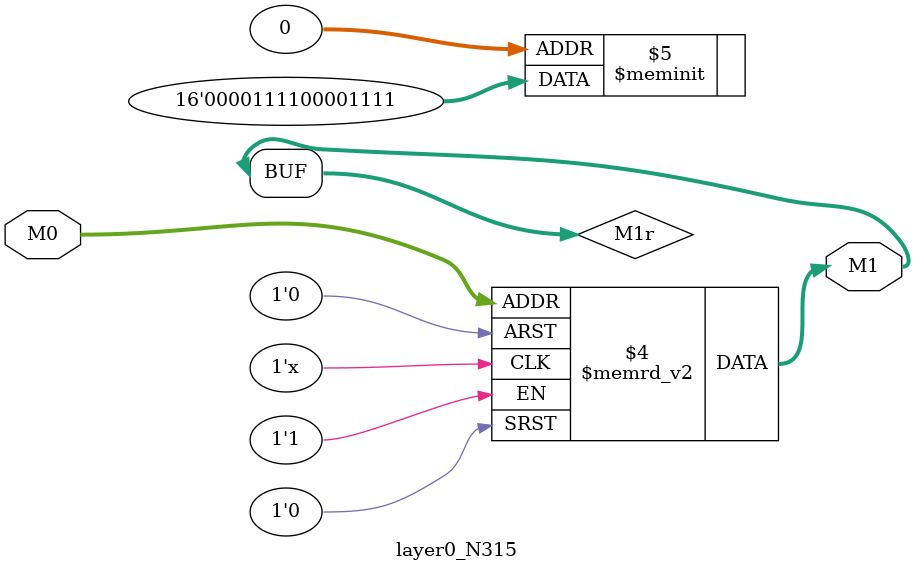
<source format=v>
module layer0_N315 ( input [2:0] M0, output [1:0] M1 );

	(*rom_style = "distributed" *) reg [1:0] M1r;
	assign M1 = M1r;
	always @ (M0) begin
		case (M0)
			3'b000: M1r = 2'b11;
			3'b100: M1r = 2'b11;
			3'b010: M1r = 2'b00;
			3'b110: M1r = 2'b00;
			3'b001: M1r = 2'b11;
			3'b101: M1r = 2'b11;
			3'b011: M1r = 2'b00;
			3'b111: M1r = 2'b00;

		endcase
	end
endmodule

</source>
